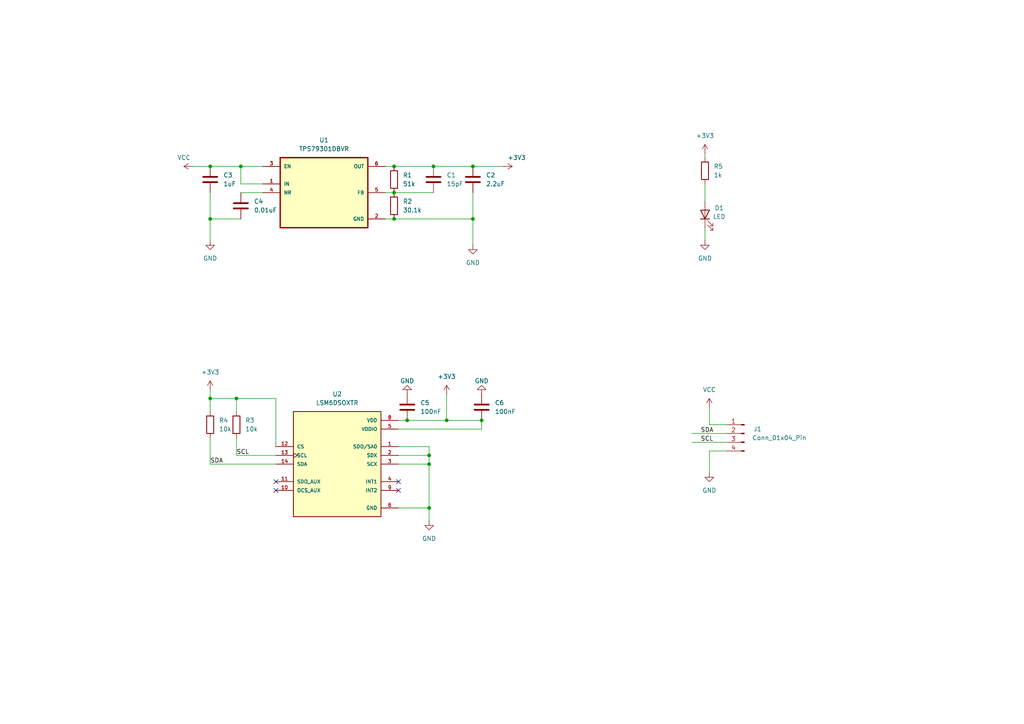
<source format=kicad_sch>
(kicad_sch (version 20250114) (generator "eeschema") (generator_version "9.0")
  (paper "A4")
  (title_block (title "Lab4-PCB Design Lab") (date "2026-01-29"))
  (lib_symbols
    (symbol "+3V3_1" (power) (pin_numbers (hide yes)) (pin_names (offset 0) (hide yes))
      (property "Value" "+3V3" (at 0 3.556 0))
      (symbol "+3V3_1_0_1"
        (polyline (pts (xy -0.762 1.27) (xy 0 2.54)))
        (polyline (pts (xy 0 2.54) (xy 0.762 1.27)))
        (polyline (pts (xy 0 0) (xy 0 2.54)))
      )
      (symbol "+3V3_1_1_1"
        (pin power_in line (at 0 0 90) (length 0) (name "~") (number "1"))
      )
    )
    (symbol "+3V3_2" (power) (pin_numbers (hide yes)) (pin_names (offset 0) (hide yes))
      (property "Value" "+3V3" (at 0 3.556 0))
      (symbol "+3V3_2_0_1"
        (polyline (pts (xy -0.762 1.27) (xy 0 2.54)))
        (polyline (pts (xy 0 2.54) (xy 0.762 1.27)))
        (polyline (pts (xy 0 0) (xy 0 2.54)))
      )
      (symbol "+3V3_2_1_1"
        (pin power_in line (at 0 0 90) (length 0) (name "~") (number "1"))
      )
    )
    (symbol "+3V3_3" (power) (pin_numbers (hide yes)) (pin_names (offset 0) (hide yes))
      (property "Value" "+3V3" (at 0 3.556 0))
      (symbol "+3V3_3_0_1"
        (polyline (pts (xy -0.762 1.27) (xy 0 2.54)))
        (polyline (pts (xy 0 2.54) (xy 0.762 1.27)))
        (polyline (pts (xy 0 0) (xy 0 2.54)))
      )
      (symbol "+3V3_3_1_1"
        (pin power_in line (at 0 0 90) (length 0) (name "~") (number "1"))
      )
    )
    (symbol "Connector:Conn_01x04_Pin" (pin_names (offset 1.016) (hide yes))
      (property "Reference" "J1" (at 0.635 7.62 0))
      (property "Value" "Conn_01x04_Pin" (at 0.635 5.08 0))
      (symbol "Conn_01x04_Pin_1_1"
        (polyline (pts (xy 2.54 1.27) (xy 2.9464 1.27)) (stroke (width 0.1524)))
        (polyline (pts (xy 2.54 -1.27) (xy 2.9464 -1.27)) (stroke (width 0.1524)))
        (polyline (pts (xy 2.54 -3.81) (xy 2.9464 -3.81)) (stroke (width 0.1524)))
        (polyline (pts (xy 2.54 -6.35) (xy 2.9464 -6.35)) (stroke (width 0.1524)))
        (rectangle (start 2.9464 1.397) (end 3.81 1.143) (stroke (width 0.1524)) (fill (type outline)))
        (rectangle (start 2.9464 -1.143) (end 3.81 -1.397) (stroke (width 0.1524)) (fill (type outline)))
        (rectangle (start 2.9464 -3.683) (end 3.81 -3.937) (stroke (width 0.1524)) (fill (type outline)))
        (rectangle (start 2.9464 -6.223) (end 3.81 -6.477) (stroke (width 0.1524)) (fill (type outline)))
        (pin passive line (at -1.27 1.27 0) (length 3.81) (name "Pin_1") (number "1"))
        (pin passive line (at -1.27 -1.27 0) (length 3.81) (name "Pin_2") (number "2"))
        (pin passive line (at -1.27 -3.81 0) (length 3.81) (name "Pin_3") (number "3"))
        (pin passive line (at -1.27 -6.35 0) (length 3.81) (name "Pin_4") (number "4"))
      )
    )
    (symbol "Device:C" (pin_numbers (hide yes)) (pin_names (offset 0.254))
      (property "Reference" "C" (at 0.635 2.54 0))
      (property "Value" "C" (at 0.635 -2.54 0))
      (symbol "C_0_1"
        (polyline (pts (xy -2.032 0.762) (xy 2.032 0.762)) (stroke (width 0.508)))
        (polyline (pts (xy -2.032 -0.762) (xy 2.032 -0.762)) (stroke (width 0.508)))
      )
      (symbol "C_1_1"
        (pin passive line (at 0 3.81 270) (length 2.794) (name "~") (number "1"))
        (pin passive line (at 0 -3.81 90) (length 2.794) (name "~") (number "2"))
      )
    )
    (symbol "Device:LED" (pin_numbers (hide yes)) (pin_names (offset 1.016) (hide yes))
      (property "Reference" "D1" (at -1.5875 6.35 0))
      (property "Value" "LED" (at -1.5875 3.81 0))
      (symbol "LED_0_1"
        (polyline (pts (xy -5.715 3.175) (xy -5.715 5.715)))
        (polyline (pts (xy -4.953 2.667) (xy -3.429 1.143) (xy -3.429 1.905) (xy -3.429 1.143) (xy -4.191 1.143)))
        (polyline (pts (xy -4.953 1.397) (xy -3.429 -0.127) (xy -3.429 0.635) (xy -3.429 -0.127) (xy -4.191 -0.127)))
        (polyline (pts (xy -4.445 5.715) (xy -6.985 5.715) (xy -5.715 3.175) (xy -4.445 5.715)) (stroke (width 0.254)))
        (polyline (pts (xy -4.445 3.175) (xy -6.985 3.175)) (stroke (width 0.254)))
      )
      (symbol "LED_1_1"
        (pin passive line (at -5.715 8.255 270) (length 2.54) (name "A") (number "2"))
        (pin passive line (at -5.715 0.635 90) (length 2.54) (name "K") (number "1"))
      )
    )
    (symbol "Device:R" (pin_numbers (hide yes)) (pin_names (offset 0))
      (property "Reference" "R" (at 2.032 0 90))
      (property "Value" "R" (at 0 0 90))
      (symbol "R_0_1"
        (rectangle (start -1.016 -2.54) (end 1.016 2.54) (stroke (width 0.254)))
      )
      (symbol "R_1_1"
        (pin passive line (at 0 3.81 270) (length 1.27) (name "~") (number "1"))
        (pin passive line (at 0 -3.81 90) (length 1.27) (name "~") (number "2"))
      )
    )
    (symbol "GND_1" (power) (pin_numbers (hide yes)) (pin_names (offset 0) (hide yes))
      (property "Value" "GND" (at 0 -5.08 0))
      (symbol "GND_1_0_1"
        (polyline (pts (xy 0 -2.54) (xy 0 -1.27) (xy 1.27 -1.27) (xy 0 0) (xy -1.27 -1.27) (xy 0 -1.27)))
      )
      (symbol "GND_1_1_1"
        (pin power_in line (at 0 -2.54 90) (length 0) (name "~") (number "1"))
      )
    )
    (symbol "GND_2" (power) (pin_numbers (hide yes)) (pin_names (offset 0) (hide yes))
      (property "Value" "GND" (at 0 3.048 0))
      (symbol "GND_2_0_1"
        (polyline (pts (xy 0 -1.27) (xy 0 0) (xy 1.27 0) (xy 0 1.27) (xy -1.27 0) (xy 0 0)))
      )
      (symbol "GND_2_1_1"
        (pin power_in line (at 0 -1.27 90) (length 0) (name "~") (number "1"))
      )
    )
    (symbol "LSM6DSOXTR:LSM6DSOXTR" (pin_names (offset 1.016))
      (property "Reference" "U" (at -12.7 16.002 0))
      (property "Value" "LSM6DSOXTR" (at -12.7 -17.78 0))
      (symbol "LSM6DSOXTR_0_0"
        (rectangle (start -12.7 -15.24) (end 12.7 15.24) (stroke (width 0.254)) (fill (type background)))
        (pin input line (at -17.78 5.08 0) (length 5.08) (name "CS") (number "12"))
        (pin input clock (at -17.78 2.54 0) (length 5.08) (name "SCL") (number "13"))
        (pin bidirectional line (at -17.78 0 0) (length 5.08) (name "SDA") (number "14"))
        (pin bidirectional line (at -17.78 -5.08 0) (length 5.08) (name "SDO_AUX") (number "11"))
        (pin bidirectional line (at -17.78 -7.62 0) (length 5.08) (name "OCS_AUX") (number "10"))
        (pin power_in line (at 17.78 12.7 180) (length 5.08) (name "VDD") (number "8"))
        (pin power_in line (at 17.78 10.16 180) (length 5.08) (name "VDDIO") (number "5"))
        (pin bidirectional line (at 17.78 5.08 180) (length 5.08) (name "SDO/SA0") (number "1"))
        (pin bidirectional line (at 17.78 2.54 180) (length 5.08) (name "SDX") (number "2"))
        (pin bidirectional line (at 17.78 0 180) (length 5.08) (name "SCX") (number "3"))
        (pin output line (at 17.78 -5.08 180) (length 5.08) (name "INT1") (number "4"))
        (pin output line (at 17.78 -7.62 180) (length 5.08) (name "INT2") (number "9"))
        (pin power_in line (at 17.78 -12.7 180) (length 5.08) (name "GND") (number "6"))
        (pin power_in line (at 17.78 -12.7 180) (length 5.08) (hide yes) (name "GND") (number "7"))
      )
    )
    (symbol "TPS79301DBVR:TPS79301DBVR" (pin_names (offset 1.016))
      (property "Reference" "U1" (at 0 15.24 0))
      (property "Value" "TPS79301DBVR" (at 0 12.7 0))
      (symbol "TPS79301DBVR_0_0"
        (rectangle (start -12.7 10.16) (end 12.7 -10.16) (stroke (width 0.41)) (fill (type background)))
        (pin input line (at -17.78 7.62 0) (length 5.08) (name "EN") (number "3"))
        (pin input line (at -17.78 2.54 0) (length 5.08) (name "IN") (number "1"))
        (pin input line (at -17.78 0 0) (length 5.08) (name "NR") (number "4"))
        (pin output line (at 17.78 7.62 180) (length 5.08) (name "OUT") (number "6"))
        (pin power_in line (at 17.78 -7.62 180) (length 5.08) (name "GND") (number "2"))
      )
      (symbol "TPS79301DBVR_1_0"
        (pin input line (at 17.78 0 180) (length 5.08) (name "FB") (number "5"))
      )
    )
    (symbol "VCC_1" (power) (pin_numbers (hide yes)) (pin_names (offset 0) (hide yes))
      (property "Value" "VCC" (at 0 3.556 0))
      (symbol "VCC_1_0_1"
        (polyline (pts (xy -0.762 1.27) (xy 0 2.54)))
        (polyline (pts (xy 0 2.54) (xy 0.762 1.27)))
        (polyline (pts (xy 0 0) (xy 0 2.54)))
      )
      (symbol "VCC_1_1_1"
        (pin power_in line (at 0 0 90) (length 0) (name "~") (number "1"))
      )
    )
    (symbol "power:+3V3" (power) (pin_numbers (hide yes)) (pin_names (offset 0) (hide yes))
      (property "Value" "+3V3" (at 0 5.08 0))
      (symbol "+3V3_0_1"
        (polyline (pts (xy 1.27 -1.27) (xy 3.81 -1.27)))
        (polyline (pts (xy 2.54 -0.508) (xy 3.81 -1.27)))
        (polyline (pts (xy 3.81 -1.27) (xy 2.54 -2.032)))
      )
      (symbol "+3V3_1_1"
        (pin power_in line (at 1.27 -1.27 0) (length 0) (name "~") (number "1"))
      )
    )
    (symbol "power:GND" (power) (pin_numbers (hide yes)) (pin_names (offset 0) (hide yes))
      (property "Value" "GND" (at 0 -3.81 0))
      (symbol "GND_0_1"
        (polyline (pts (xy 0 0) (xy 0 -1.27) (xy 1.27 -1.27) (xy 0 -2.54) (xy -1.27 -1.27) (xy 0 -1.27)))
      )
      (symbol "GND_1_1"
        (pin power_in line (at 0 0 270) (length 0) (name "~") (number "1"))
      )
    )
    (symbol "power:VCC" (power) (pin_numbers (hide yes)) (pin_names (offset 0) (hide yes))
      (property "Value" "VCC" (at 0 5.08 0))
      (symbol "VCC_0_1"
        (polyline (pts (xy -3.81 -1.27) (xy -2.54 -0.508)))
        (polyline (pts (xy -2.54 -2.032) (xy -3.81 -1.27)))
        (polyline (pts (xy -1.27 -1.27) (xy -3.81 -1.27)))
      )
      (symbol "VCC_1_1"
        (pin power_in line (at -1.27 -1.27 180) (length 0) (name "~") (number "1"))
      )
    )
  )
  (junction (at 114.3 48.26))
  (junction (at 60.96 63.5))
  (junction (at 124.46 147.32))
  (junction (at 137.16 48.26))
  (junction (at 124.46 134.62))
  (junction (at 114.3 55.88))
  (junction (at 118.11 121.92))
  (junction (at 114.3 63.5))
  (junction (at 129.54 121.92))
  (junction (at 137.16 63.5))
  (junction (at 125.73 48.26))
  (junction (at 68.58 115.57))
  (junction (at 60.96 48.26))
  (junction (at 69.85 48.26))
  (junction (at 124.46 132.08))
  (junction (at 60.96 115.57))
  (junction (at 139.7 121.92))
  (no_connect (at 115.57 139.7))
  (no_connect (at 80.01 142.24))
  (no_connect (at 80.01 139.7))
  (no_connect (at 115.57 142.24))
  (wire (pts (xy 69.85 48.26) (xy 76.2 48.26)))
  (wire (pts (xy 204.47 66.04) (xy 204.47 69.85)))
  (wire (pts (xy 60.96 134.62) (xy 80.01 134.62)))
  (wire (pts (xy 139.7 124.46) (xy 139.7 121.92)))
  (wire (pts (xy 124.46 134.62) (xy 124.46 147.32)))
  (wire (pts (xy 55.88 48.26) (xy 60.96 48.26)))
  (wire (pts (xy 125.73 48.26) (xy 137.16 48.26)))
  (wire (pts (xy 60.96 48.26) (xy 69.85 48.26)))
  (wire (pts (xy 137.16 63.5) (xy 137.16 71.12)))
  (wire (pts (xy 60.96 127) (xy 60.96 134.62)))
  (wire (pts (xy 204.47 44.45) (xy 204.47 45.72)))
  (wire (pts (xy 114.3 55.88) (xy 125.73 55.88)))
  (wire (pts (xy 111.76 48.26) (xy 114.3 48.26)))
  (wire (pts (xy 124.46 129.54) (xy 124.46 132.08)))
  (wire (pts (xy 111.76 55.88) (xy 114.3 55.88)))
  (wire (pts (xy 205.74 130.81) (xy 205.74 137.16)))
  (wire (pts (xy 114.3 48.26) (xy 125.73 48.26)))
  (wire (pts (xy 80.01 129.54) (xy 80.01 115.57)))
  (wire (pts (xy 114.3 63.5) (xy 137.16 63.5)))
  (wire (pts (xy 115.57 134.62) (xy 124.46 134.62)))
  (wire (pts (xy 60.96 63.5) (xy 60.96 69.85)))
  (wire (pts (xy 115.57 147.32) (xy 124.46 147.32)))
  (wire (pts (xy 115.57 129.54) (xy 124.46 129.54)))
  (wire (pts (xy 124.46 147.32) (xy 124.46 151.13)))
  (wire (pts (xy 129.54 121.92) (xy 139.7 121.92)))
  (wire (pts (xy 68.58 115.57) (xy 60.96 115.57)))
  (wire (pts (xy 137.16 48.26) (xy 146.05 48.26)))
  (wire (pts (xy 68.58 132.08) (xy 80.01 132.08)))
  (wire (pts (xy 60.96 55.88) (xy 60.96 63.5)))
  (wire (pts (xy 60.96 63.5) (xy 69.85 63.5)))
  (wire (pts (xy 210.82 123.19) (xy 205.74 123.19)))
  (wire (pts (xy 204.47 53.34) (xy 204.47 58.42)))
  (wire (pts (xy 69.85 55.88) (xy 76.2 55.88)))
  (wire (pts (xy 68.58 119.38) (xy 68.58 115.57)))
  (wire (pts (xy 200.66 125.73) (xy 210.82 125.73)))
  (wire (pts (xy 129.54 121.92) (xy 129.54 114.3)))
  (wire (pts (xy 137.16 55.88) (xy 137.16 63.5)))
  (wire (pts (xy 111.76 63.5) (xy 114.3 63.5)))
  (wire (pts (xy 205.74 123.19) (xy 205.74 118.11)))
  (wire (pts (xy 115.57 132.08) (xy 124.46 132.08)))
  (wire (pts (xy 69.85 53.34) (xy 69.85 48.26)))
  (wire (pts (xy 200.66 128.27) (xy 210.82 128.27)))
  (wire (pts (xy 124.46 132.08) (xy 124.46 134.62)))
  (wire (pts (xy 68.58 127) (xy 68.58 132.08)))
  (wire (pts (xy 60.96 115.57) (xy 60.96 119.38)))
  (wire (pts (xy 118.11 121.92) (xy 129.54 121.92)))
  (wire (pts (xy 69.85 53.34) (xy 76.2 53.34)))
  (wire (pts (xy 80.01 115.57) (xy 68.58 115.57)))
  (wire (pts (xy 60.96 113.03) (xy 60.96 115.57)))
  (wire (pts (xy 115.57 121.92) (xy 118.11 121.92)))
  (wire (pts (xy 210.82 130.81) (xy 205.74 130.81)))
  (wire (pts (xy 115.57 124.46) (xy 139.7 124.46)))
  (label "SDA" (at 60.96 134.62 0))
  (label "SCL" (at 68.58 132.08 0))
  (label "SCL" (at 203.2 128.27 0))
  (label "SDA" (at 203.2 125.73 0))
  (symbol (lib_id "power:+3V3") (at 144.78 46.99 0) (unit 1)
    (property "Reference" "#PWR03" (effects (hide yes)))
    (property "Value" "+3V3" (at 149.86 45.72 0))
    (property "Description" "Power symbol creates a global label with name \"+3V3\"" (effects (hide yes)))
  )
  (symbol (lib_id "Device:R") (at 114.3 59.69 0) (unit 1)
    (property "Reference" "R2" (at 116.84 58.42 0) (effects (justify left)))
    (property "Value" "30.1k" (at 116.84 60.9599 0) (effects (justify left)))
    (property "Footprint" "Resistor_SMD:R_0402_1005Metric_Pad0.72x0.64mm_HandSolder" (effects (hide yes)))
    (property "Description" "Resistor" (effects (hide yes)))
  )
  (symbol (lib_name "+3V3_1") (lib_id "power:+3V3") (at 129.54 114.3 0) (unit 1)
    (property "Reference" "#PWR05" (effects (hide yes)))
    (property "Value" "+3V3" (at 129.54 109.22 0))
    (property "Description" "Power symbol creates a global label with name \"+3V3\"" (effects (hide yes)))
  )
  (symbol (lib_id "Device:R") (at 68.58 123.19 0) (unit 1)
    (property "Reference" "R3" (at 71.12 121.9199 0) (effects (justify left)))
    (property "Value" "10k" (at 71.12 124.4599 0) (effects (justify left)))
    (property "Footprint" "Resistor_SMD:R_0402_1005Metric_Pad0.72x0.64mm_HandSolder" (effects (hide yes)))
    (property "Description" "Resistor" (effects (hide yes)))
  )
  (symbol (lib_id "Device:C") (at 139.7 118.11 0) (unit 1)
    (property "Reference" "C6" (at 143.51 116.8399 0) (effects (justify left)))
    (property "Value" "100nF" (at 143.51 119.3799 0) (effects (justify left)))
    (property "Footprint" "Capacitor_SMD:C_0402_1005Metric_Pad0.74x0.62mm_HandSolder" (effects (hide yes)))
    (property "Description" "Unpolarized capacitor" (effects (hide yes)))
  )
  (symbol (lib_id "Device:R") (at 204.47 49.53 0) (unit 1)
    (property "Reference" "R5" (at 207.01 48.2599 0) (effects (justify left)))
    (property "Value" "1k" (at 207.01 50.7999 0) (effects (justify left)))
    (property "Footprint" "Resistor_SMD:R_0402_1005Metric_Pad0.72x0.64mm_HandSolder" (effects (hide yes)))
    (property "Description" "Resistor" (effects (hide yes)))
  )
  (symbol (lib_id "Device:C") (at 60.96 52.07 0) (unit 1)
    (property "Reference" "C3" (at 64.77 50.7999 0) (effects (justify left)))
    (property "Value" "1uF" (at 64.77 53.3399 0) (effects (justify left)))
    (property "Footprint" "Capacitor_SMD:C_0402_1005Metric_Pad0.74x0.62mm_HandSolder" (effects (hide yes)))
    (property "Description" "Unpolarized capacitor" (effects (hide yes)))
  )
  (symbol (lib_id "Device:C") (at 125.73 52.07 0) (unit 1)
    (property "Reference" "C1" (at 129.54 50.7999 0) (effects (justify left)))
    (property "Value" "15pF" (at 129.54 53.3399 0) (effects (justify left)))
    (property "Footprint" "Capacitor_SMD:C_0402_1005Metric_Pad0.74x0.62mm_HandSolder" (effects (hide yes)))
    (property "Description" "Unpolarized capacitor" (effects (hide yes)))
  )
  (symbol (lib_id "power:VCC") (at 57.15 46.99 0) (unit 1)
    (property "Reference" "#PWR02" (effects (hide yes)))
    (property "Value" "VCC" (at 53.34 45.72 0))
    (property "Description" "Power symbol creates a global label with name \"VCC\"" (effects (hide yes)))
  )
  (symbol (lib_name "VCC_1") (lib_id "power:VCC") (at 205.74 118.11 0) (unit 1)
    (property "Reference" "#PWR012" (effects (hide yes)))
    (property "Value" "VCC" (at 205.74 113.03 0))
    (property "Description" "Power symbol creates a global label with name \"VCC\"" (effects (hide yes)))
  )
  (symbol (lib_name "+3V3_3") (lib_id "power:+3V3") (at 204.47 44.45 0) (unit 1)
    (property "Reference" "#PWR011" (effects (hide yes)))
    (property "Value" "+3V3" (at 204.47 39.37 0))
    (property "Description" "Power symbol creates a global label with name \"+3V3\"" (effects (hide yes)))
  )
  (symbol (lib_id "LSM6DSOXTR:LSM6DSOXTR") (at 97.79 134.62 0) (unit 1)
    (property "Reference" "U2" (at 97.79 114.3 0))
    (property "Value" "LSM6DSOXTR" (at 97.79 116.84 0))
    (property "Footprint" "LSM6DSOX:PQFN50P250X300X86-14N" (effects (hide yes)))
    (property "DigiKey_Part_Number" "497-18367-1-ND" (effects (hide yes)))
    (property "SnapEDA_Link" "https://www.snapeda.com/parts/LSM6DSOXTR/STMicroelectronics/view-part/?ref=snap" (effects (hide yes)))
    (property "Description_1" "Accelerometer, Gyroscope, 6 Axis Sensor I2C, SPI Output" (effects (hide yes)))
    (property "Package" "VFLGA-14 STMicroelectronics" (effects (hide yes)))
    (property "Check_prices" "https://www.snapeda.com/parts/LSM6DSOXTR/STMicroelectronics/view-part/?ref=eda" (effects (hide yes)))
    (property "STANDARD" "IPC7351B" (effects (hide yes)))
    (property "PARTREV" "3.0" (effects (hide yes)))
    (property "MF" "STMicroelectronics" (effects (hide yes)))
    (property "MP" "LSM6DSOXTR" (effects (hide yes)))
    (property "MANUFACTURER" "ST Microelectronics" (effects (hide yes)))
  )
  (symbol (lib_id "Connector:Conn_01x04_Pin") (at 212.09 124.46 0) (unit 1)
    (property "Reference" "J1" (at 219.71 124.46 0))
    (property "Value" "Conn_01x04_Pin" (at 226.06 127 0))
    (property "Footprint" "Connector_PinSocket_2.54mm:PinSocket_1x04_P2.54mm_Vertical" (effects (hide yes)))
    (property "Description" "Generic connector, single row, 01x04, script generated" (effects (hide yes)))
  )
  (symbol (lib_id "power:GND") (at 204.47 69.85 0) (unit 1)
    (property "Reference" "#PWR010" (effects (hide yes)))
    (property "Value" "GND" (at 204.47 74.93 0))
    (property "Description" "Power symbol creates a global label with name \"GND\" , ground" (effects (hide yes)))
  )
  (symbol (lib_id "power:GND") (at 137.16 71.12 0) (unit 1)
    (property "Reference" "#PWR01" (effects (hide yes)))
    (property "Value" "GND" (at 137.16 76.2 0))
    (property "Description" "Power symbol creates a global label with name \"GND\" , ground" (effects (hide yes)))
  )
  (symbol (lib_name "GND_1") (lib_id "power:GND") (at 118.11 111.76 0) (unit 1)
    (property "Reference" "#PWR06" (effects (hide yes)))
    (property "Value" "GND" (at 118.11 110.49 0))
    (property "Description" "Power symbol creates a global label with name \"GND\" , ground" (effects (hide yes)))
  )
  (symbol (lib_id "Device:R") (at 60.96 123.19 0) (unit 1)
    (property "Reference" "R4" (at 63.5 121.9199 0) (effects (justify left)))
    (property "Value" "10k" (at 63.5 124.4599 0) (effects (justify left)))
    (property "Footprint" "Resistor_SMD:R_0402_1005Metric_Pad0.72x0.64mm_HandSolder" (effects (hide yes)))
    (property "Description" "Resistor" (effects (hide yes)))
  )
  (symbol (lib_name "+3V3_2") (lib_id "power:+3V3") (at 60.96 113.03 0) (unit 1)
    (property "Reference" "#PWR08" (effects (hide yes)))
    (property "Value" "+3V3" (at 60.96 107.95 0))
    (property "Description" "Power symbol creates a global label with name \"+3V3\"" (effects (hide yes)))
  )
  (symbol (lib_id "Device:R") (at 114.3 52.07 0) (unit 1)
    (property "Reference" "R1" (at 116.84 50.8 0) (effects (justify left)))
    (property "Value" "51k" (at 116.84 53.34 0) (effects (justify left)))
    (property "Footprint" "Resistor_SMD:R_0402_1005Metric_Pad0.72x0.64mm_HandSolder" (effects (hide yes)))
    (property "Description" "Resistor" (effects (hide yes)))
  )
  (symbol (lib_id "TPS79301DBVR:TPS79301DBVR") (at 93.98 55.88 0) (unit 1)
    (property "Reference" "U1" (at 93.98 40.64 0))
    (property "Value" "TPS79301DBVR" (at 93.98 43.18 0))
    (property "Footprint" "TPS79301:SOT95P280X145-6N" (effects (hide yes)))
    (property "DigiKey_Part_Number" "296-12154-1-ND" (effects (hide yes)))
    (property "SnapEDA_Link" "https://www.snapeda.com/parts/TPS79301DBVR/Texas+Instruments/view-part/?ref=snap" (effects (hide yes)))
    (property "Description_1" "200-mA, low-dropout voltage regulator with enable" (effects (hide yes)))
    (property "MF" "Texas Instruments" (effects (hide yes)))
    (property "Package" "SOT-23-6 Texas Instruments" (effects (hide yes)))
    (property "Check_prices" "https://www.snapeda.com/parts/TPS79301DBVR/Texas+Instruments/view-part/?ref=eda" (effects (hide yes)))
    (property "MP" "TPS79301DBVR" (effects (hide yes)))
  )
  (symbol (lib_id "power:GND") (at 205.74 137.16 0) (unit 1)
    (property "Reference" "#PWR013" (effects (hide yes)))
    (property "Value" "GND" (at 205.74 142.24 0))
    (property "Description" "Power symbol creates a global label with name \"GND\" , ground" (effects (hide yes)))
  )
  (symbol (lib_id "power:GND") (at 60.96 69.85 0) (unit 1)
    (property "Reference" "#PWR04" (effects (hide yes)))
    (property "Value" "GND" (at 60.96 74.93 0))
    (property "Description" "Power symbol creates a global label with name \"GND\" , ground" (effects (hide yes)))
  )
  (symbol (lib_id "Device:C") (at 118.11 118.11 0) (unit 1)
    (property "Reference" "C5" (at 121.92 116.8399 0) (effects (justify left)))
    (property "Value" "100nF" (at 121.92 119.3799 0) (effects (justify left)))
    (property "Footprint" "Capacitor_SMD:C_0402_1005Metric_Pad0.74x0.62mm_HandSolder" (effects (hide yes)))
    (property "Description" "Unpolarized capacitor" (effects (hide yes)))
  )
  (symbol (lib_id "Device:C") (at 137.16 52.07 0) (unit 1)
    (property "Reference" "C2" (at 140.97 50.7999 0) (effects (justify left)))
    (property "Value" "2.2uF" (at 140.97 53.3399 0) (effects (justify left)))
    (property "Footprint" "Capacitor_SMD:C_0402_1005Metric_Pad0.74x0.62mm_HandSolder" (effects (hide yes)))
    (property "Description" "Unpolarized capacitor" (effects (hide yes)))
  )
  (symbol (lib_id "Device:LED") (at 210.185 66.675 0) (unit 1)
    (property "Reference" "D1" (at 208.5975 60.325 0))
    (property "Value" "LED" (at 208.5975 62.865 0))
    (property "Footprint" "LED_SMD:LED_0402_1005Metric_Pad0.77x0.64mm_HandSolder" (effects (hide yes)))
    (property "Description" "Light emitting diode" (effects (hide yes)))
    (property "Sim.Pins" "1=K 2=A" (effects (hide yes)))
  )
  (symbol (lib_id "power:GND") (at 124.46 151.13 0) (unit 1)
    (property "Reference" "#PWR09" (effects (hide yes)))
    (property "Value" "GND" (at 124.46 156.21 0))
    (property "Description" "Power symbol creates a global label with name \"GND\" , ground" (effects (hide yes)))
  )
  (symbol (lib_id "Device:C") (at 69.85 59.69 0) (unit 1)
    (property "Reference" "C4" (at 73.66 58.4199 0) (effects (justify left)))
    (property "Value" "0.01uF" (at 73.66 60.9599 0) (effects (justify left)))
    (property "Footprint" "Capacitor_SMD:C_0402_1005Metric_Pad0.74x0.62mm_HandSolder" (effects (hide yes)))
    (property "Description" "Unpolarized capacitor" (effects (hide yes)))
  )
  (symbol (lib_name "GND_2") (lib_id "power:GND") (at 139.7 113.03 0) (unit 1)
    (property "Reference" "#PWR07" (effects (hide yes)))
    (property "Value" "GND" (at 139.7 110.49 0))
    (property "Description" "Power symbol creates a global label with name \"GND\" , ground" (effects (hide yes)))
  )
)
</source>
